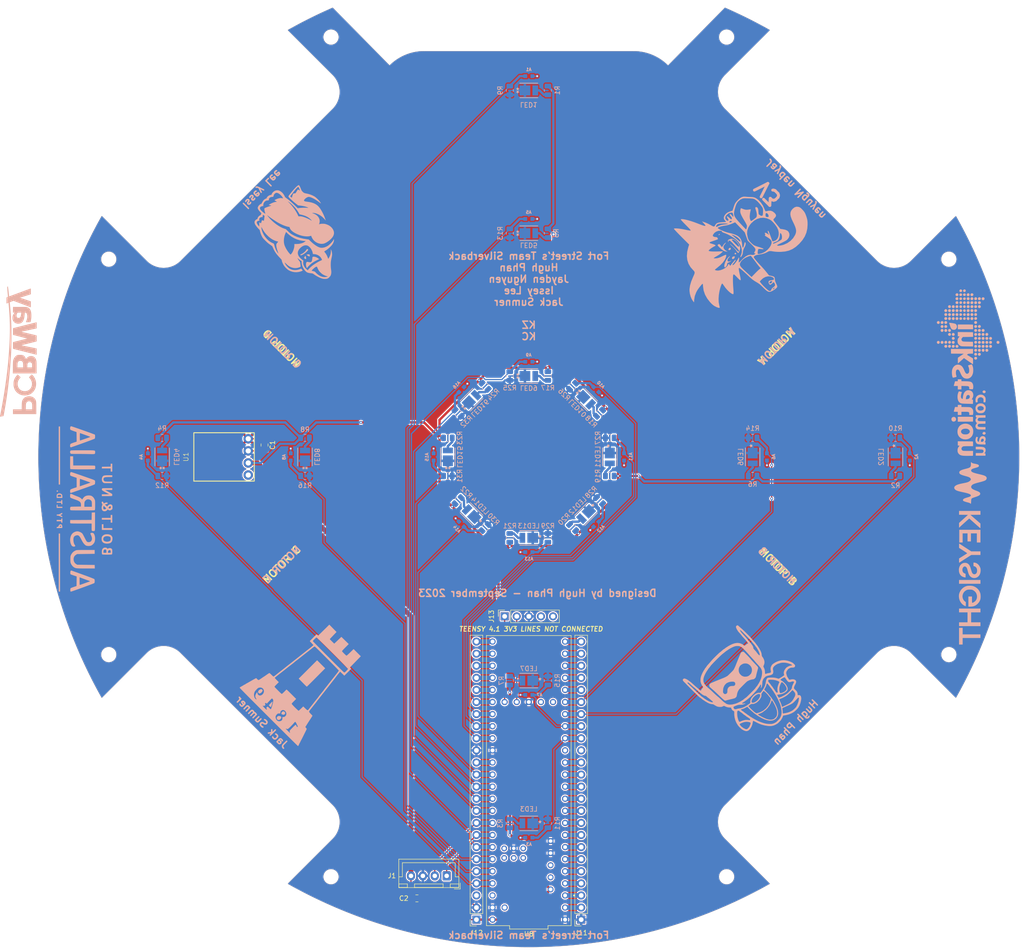
<source format=kicad_pcb>
(kicad_pcb (version 20221018) (generator pcbnew)
  (layers (0 "F.Cu" signal) (31 "B.Cu" signal) (34 "B.Paste" user) (35 "F.Paste" user) (36 "B.SilkS" user "B.Silkscreen") (37 "F.SilkS" user "F.Silkscreen") (38 "B.Mask" user) (39 "F.Mask" user) (44 "Edge.Cuts" user))
  (net 0 "")
  (net 2 "GND")
  (net 3 "/2")
  (net 4 "+5V")
  (net 6 "/30")
  (net 7 "/31")
  (net 8 "/28")
  (net 9 "/29")
  (net 10 "/34")
  (net 11 "/35")
  (net 12 "/7")
  (net 13 "/8")
  (net 14 "/32")
  (net 15 "/18")
  (net 16 "/19")
  (net 17 "/0")
  (net 18 "/1")
  (net 19 "/3")
  (net 20 "/4")
  (net 21 "/5")
  (net 22 "/6")
  (net 23 "/9")
  (net 24 "/10")
  (net 25 "/11")
  (net 26 "/12")
  (net 27 "/24")
  (net 28 "/25")
  (net 29 "/14")
  (net 30 "/15")
  (net 31 "/23")
  (net 32 "/22")
  (net 33 "/21")
  (net 34 "/20")
  (net 35 "/17")
  (net 36 "/16")
  (net 37 "/13")
  (net 38 "/41")
  (net 39 "/40")
  (net 40 "/39")
  (net 41 "/38")
  (net 42 "/37")
  (net 43 "/36")
  (net 44 "/33")
  (net 45 "Net-(LED1-Pad2)")
  (net 46 "Net-(LED2-Pad2)")
  (net 47 "Net-(LED3-Pad2)")
  (net 48 "Net-(LED4-Pad2)")
  (net 49 "Net-(LED5-Pad2)")
  (net 50 "Net-(LED6-Pad2)")
  (net 51 "Net-(LED7-Pad2)")
  (net 52 "Net-(LED8-Pad2)")
  (net 53 "Net-(LED9-Pad2)")
  (net 54 "Net-(LED10-Pad2)")
  (net 55 "Net-(LED11-Pad2)")
  (net 56 "Net-(LED12-Pad2)")
  (net 57 "Net-(LED13-Pad2)")
  (net 58 "Net-(LED14-Pad2)")
  (net 59 "Net-(LED15-Pad2)")
  (net 60 "Net-(LED16-Pad2)")
  (net 61 "/27")
  (net 62 "/26")
  (net 75 "/ON{slash}OFF")
  (net 76 "/PROGRAM")
  (net 79 "+3V3")
  (footprint "Capacitor_SMD:C_0805_2012Metric" (layer "F.Cu") (at 94.5 147.5 -90)
    (fp_text reference "C1")
    (fp_text value "10uF")
  )
  (footprint "Capacitor_SMD:C_0805_2012Metric" (layer "F.Cu") (at 126.5 242.75)
    (fp_text reference "C2")
    (fp_text value "10uF")
  )
  (footprint "Connector_PinSocket_2.54mm:PinSocket_1x24_P2.54mm_Vertical" (layer "F.Cu") (at 161 247.22 180)
    (fp_text reference "J11")
    (fp_text value "LEFT HEADERS")
  )
  (footprint "Connector_PinSocket_2.54mm:PinSocket_1x24_P2.54mm_Vertical" (layer "F.Cu") (at 139 247.22 180)
    (fp_text reference "J12")
    (fp_text value "RIGHT HEADERS")
  )
  (footprint "DEV-16771:MODULE_DEV-16771" (layer "F.Cu") (at 150 218.01 90)
    (fp_text reference "U8")
    (fp_text value "DEV-16771")
  )
  (footprint "Connector_PinSocket_2.54mm:PinSocket_1x05_P2.54mm_Vertical" (layer "F.Cu") (at 144.925 183.5 90)
    (fp_text reference "J13")
    (fp_text value "MID HEADERS")
  )
  (footprint "Converter_DCDC:Pololu 3.3V, 500mA Step-Down Voltage Regulator D24V5F3" (layer "F.Cu") (at 86 150 90)
    (fp_text reference "U1")
    (fp_text value "~")
  )
  (footprint "Connector_JST:JST_XH_B4B-XH-A_1x04_P2.50mm_Vertical" (layer "F.Cu") (at 132.75 238.025 180)
    (fp_text reference "J1")
    (fp_text value "Line")
  )
  (footprint "JB2835AWT-W-U30GA0000-N0000001:LED_J2835_CRW" (layer "B.Cu") (at 150 103)
    (fp_text reference "LED5")
    (fp_text value "JB2835AWT-W-U30GA0000-N0000001")
  )
  (footprint "LOGO" (layer "B.Cu") (at 242.750091 170.25 -90)
    (fp_text reference "G***" hide)
    (fp_text value "LOGO" hide)
  )
  (footprint "ALS-PT19-315C_L177_TR8:XDCR_ALS-PT19-315C_L177_TR8" (layer "B.Cu") (at 164.142136 164.142136 45)
    (fp_text reference "A12")
    (fp_text value "ALS-PT19-315C/L177/TR8")
  )
  (footprint "Resistor_SMD:R_0805_2012Metric" (layer "B.Cu") (at 197 146)
    (fp_text reference "R14")
    (fp_text value "10K")
  )
  (footprint "Resistor_SMD:R_0805_2012Metric" (layer "B.Cu") (at 73 146)
    (fp_text reference "R4")
    (fp_text value "36R")
  )
  (footprint "Resistor_SMD:R_0805_2012Metric" (layer "B.Cu") (at 146 103 90)
    (fp_text reference "R13")
    (fp_text value "10K")
  )
  (footprint "Resistor_SMD:R_0805_2012Metric" (layer "B.Cu") (at 167 154 180)
    (fp_text reference "R19")
    (fp_text value "36R")
  )
  (footprint "JB2835AWT-W-U30GA0000-N0000001:LED_J2835_CRW" (layer "B.Cu") (at 227 150 -90)
    (fp_text reference "LED2")
    (fp_text value "JB2835AWT-W-U30GA0000-N0000001")
  )
  (footprint "JB2835AWT-W-U30GA0000-N0000001:LED_J2835_CRW" (layer "B.Cu") (at 137.979185 137.979185 45)
    (fp_text reference "LED16")
    (fp_text value "JB2835AWT-W-U30GA0000-N0000001")
  )
  (footprint "Resistor_SMD:R_0805_2012Metric" (layer "B.Cu") (at 133 146)
    (fp_text reference "R23")
    (fp_text value "36R")
  )
  (footprint "ALS-PT19-315C_L177_TR8:XDCR_ALS-PT19-315C_L177_TR8" (layer "B.Cu") (at 150 230)
    (fp_text reference "A3")
    (fp_text value "ALS-PT19-315C/L177/TR8")
  )
  (footprint "Resistor_SMD:R_0805_2012Metric" (layer "B.Cu") (at 103 154 180)
    (fp_text reference "R16")
    (fp_text value "10K")
  )
  (footprint "ALS-PT19-315C_L177_TR8:XDCR_ALS-PT19-315C_L177_TR8" (layer "B.Cu") (at 230 150 90)
    (fp_text reference "A2")
    (fp_text value "ALS-PT19-315C/L177/TR8")
  )
  (footprint "JB2835AWT-W-U30GA0000-N0000001:LED_J2835_CRW" (layer "B.Cu") (at 150 227 180)
    (fp_text reference "LED3")
    (fp_text value "JB2835AWT-W-U30GA0000-N0000001")
  )
  (footprint "Resistor_SMD:R_0805_2012Metric" (layer "B.Cu") (at 154 227 -90)
    (fp_text reference "R11")
    (fp_text value "10K")
  )
  (footprint "Resistor_SMD:R_0805_2012Metric" (layer "B.Cu") (at 164.849242 140.807612 -135)
    (fp_text reference "R18")
    (fp_text value "36R")
  )
  (footprint "Resistor_SMD:R_0805_2012Metric" (layer "B.Cu") (at 146 197 90)
    (fp_text reference "R7")
    (fp_text value "36R")
  )
  (footprint "Resistor_SMD:R_0805_2012Metric" (layer "B.Cu") (at 146 227 90)
    (fp_text reference "R3")
    (fp_text value "36R")
  )
  (footprint "Resistor_SMD:R_0805_2012Metric" (layer "B.Cu") (at 159.192388 135.150758 45)
    (fp_text reference "R26")
    (fp_text value "10K")
  )
  (footprint "ALS-PT19-315C_L177_TR8:XDCR_ALS-PT19-315C_L177_TR8" (layer "B.Cu") (at 135.857864 135.857864 -135)
    (fp_text reference "A16")
    (fp_text value "ALS-PT19-315C/L177/TR8")
  )
  (footprint "LOGO" (layer "B.Cu") (at 196.250091 197.75 -135)
    (fp_text reference "G***" hide)
    (fp_text value "LOGO" hide)
  )
  (footprint "JB2835AWT-W-U30GA0000-N0000001:LED_J2835_CRW" (layer "B.Cu") (at 197 150 -90)
    (fp_text reference "LED6")
    (fp_text value "JB2835AWT-W-U30GA0000-N0000001")
  )
  (footprint "LOGO" (layer "B.Cu") (at 242.250091 132.25 -90)
    (fp_text reference "G***" hide)
    (fp_text value "LOGO" hide)
  )
  (footprint "Resistor_SMD:R_0805_2012Metric" (layer "B.Cu") (at 135.150758 140.807612 135)
    (fp_text reference "R32")
    (fp_text value "10K")
  )
  (footprint "ALS-PT19-315C_L177_TR8:XDCR_ALS-PT19-315C_L177_TR8" (layer "B.Cu") (at 135.857864 164.142136 -45)
    (fp_text reference "A14")
    (fp_text value "ALS-PT19-315C/L177/TR8")
  )
  (footprint "Resistor_SMD:R_0805_2012Metric" (layer "B.Cu") (at 197 154 180)
    (fp_text reference "R6")
    (fp_text value "36R")
  )
  (footprint "Resistor_SMD:R_0805_2012Metric" (layer "B.Cu") (at 154 197 -90)
    (fp_text reference "R15")
    (fp_text value "10K")
  )
  (footprint "ALS-PT19-315C_L177_TR8:XDCR_ALS-PT19-315C_L177_TR8" (layer "B.Cu") (at 164.142136 135.857864 135)
    (fp_text reference "A10")
    (fp_text value "ALS-PT19-315C/L177/TR8")
  )
  (footprint "Resistor_SMD:R_0805_2012Metric" (layer "B.Cu") (at 146 133 90)
    (fp_text reference "R25")
    (fp_text value "10K")
  )
  (footprint "ALS-PT19-315C_L177_TR8:XDCR_ALS-PT19-315C_L177_TR8" (layer "B.Cu") (at 150 170)
    (fp_text reference "A13")
    (fp_text value "ALS-PT19-315C/L177/TR8")
  )
  (footprint "Resistor_SMD:R_0805_2012Metric" (layer "B.Cu") (at 164.849242 159.192388 -45)
    (fp_text reference "R28")
    (fp_text value "10K")
  )
  (footprint "Resistor_SMD:R_0805_2012Metric" (layer "B.Cu") (at 227 146)
    (fp_text reference "R10")
    (fp_text value "10K")
  )
  (footprint "JB2835AWT-W-U30GA0000-N0000001:LED_J2835_CRW" (layer "B.Cu") (at 162.020815 162.020815 -135)
    (fp_text reference "LED12")
    (fp_text value "JB2835AWT-W-U30GA0000-N0000001")
  )
  (footprint "JB2835AWT-W-U30GA0000-N0000001:LED_J2835_CRW" (layer "B.Cu") (at 150 197 180)
    (fp_text reference "LED7")
    (fp_text value "JB2835AWT-W-U30GA0000-N0000001")
  )
  (footprint "Resistor_SMD:R_0805_2012Metric" (layer "B.Cu") (at 135.150758 159.192388 45)
    (fp_text reference "R22")
    (fp_text value "36R")
  )
  (footprint "JB2835AWT-W-U30GA0000-N0000001:LED_J2835_CRW" (layer "B.Cu") (at 167 150 -90)
    (fp_text reference "LED11")
    (fp_text value "JB2835AWT-W-U30GA0000-N0000001")
  )
  (footprint "Resistor_SMD:R_0805_2012Metric" (layer "B.Cu") (at 167 146)
    (fp_text reference "R27")
    (fp_text value "10K")
  )
  (footprint "LOGO" (layer "B.Cu") (at 193.545364 105.783852 -45)
    (fp_text reference "G***" hide)
    (fp_text value "LOGO" hide)
  )
  (footprint "ALS-PT19-315C_L177_TR8:XDCR_ALS-PT19-315C_L177_TR8" (layer "B.Cu") (at 130 150 -90)
    (fp_text reference "A15")
    (fp_text value "ALS-PT19-315C/L177/TR8")
  )
  (footprint "LOGO" (layer "B.Cu") (at 103.436567 196.153245 135)
    (fp_text reference "G***" hide)
    (fp_text value "LOGO" hide)
  )
  (footprint "ALS-PT19-315C_L177_TR8:XDCR_ALS-PT19-315C_L177_TR8" (layer "B.Cu") (at 200 150 90)
    (fp_text reference "A6")
    (fp_text value "ALS-PT19-315C/L177/TR8")
  )
  (footprint "JB2835AWT-W-U30GA0000-N0000001:LED_J2835_CRW" (layer "B.Cu") (at 150 73)
    (fp_text reference "LED1")
    (fp_text value "JB2835AWT-W-U30GA0000-N0000001")
  )
  (footprint "ALS-PT19-315C_L177_TR8:XDCR_ALS-PT19-315C_L177_TR8" (layer "B.Cu") (at 150 130 180)
    (fp_text reference "A9")
    (fp_text value "ALS-PT19-315C/L177/TR8")
  )
  (footprint "Resistor_SMD:R_0805_2012Metric" (layer "B.Cu") (at 146 167 90)
    (fp_text reference "R21")
    (fp_text value "36R")
  )
  (footprint "LOGO" (layer "B.Cu") (at 102.325104 103.050201 45)
    (fp_text reference "G***" hide)
    (fp_text value "LOGO" hide)
  )
  (footprint "JB2835AWT-W-U30GA0000-N0000001:LED_J2835_CRW" (layer "B.Cu") (at 150 167 180)
    (fp_text reference "LED13")
    (fp_text value "JB2835AWT-W-U30GA0000-N0000001")
  )
  (footprint "JB2835AWT-W-U30GA0000-N0000001:LED_J2835_CRW" (layer "B.Cu") (at 103 150 90)
    (fp_text reference "LED8")
    (fp_text value "JB2835AWT-W-U30GA0000-N0000001")
  )
  (footprint "ALS-PT19-315C_L177_TR8:XDCR_ALS-PT19-315C_L177_TR8" (layer "B.Cu") (at 150 70 180)
    (fp_text reference "A1")
    (fp_text value "ALS-PT19-315C/L177/TR8")
  )
  (footprint "ALS-PT19-315C_L177_TR8:XDCR_ALS-PT19-315C_L177_TR8" (layer "B.Cu") (at 100 150 -90)
    (fp_text reference "A8")
    (fp_text value "ALS-PT19-315C/L177/TR8")
  )
  (footprint "Resistor_SMD:R_0805_2012Metric" (layer "B.Cu") (at 227 154 180)
    (fp_text reference "R2")
    (fp_text value "36R")
  )
  (footprint "JB2835AWT-W-U30GA0000-N0000001:LED_J2835_CRW" (layer "B.Cu") (at 162.020815 137.979185 -45)
    (fp_text reference "LED10")
    (fp_text value "JB2835AWT-W-U30GA0000-N0000001")
  )
  (footprint "Resistor_SMD:R_0805_2012Metric" (layer "B.Cu") (at 154 73 -90)
    (fp_text reference "R1")
    (fp_text value "36R")
  )
  (footprint "Resistor_SMD:R_0805_2012Metric" (layer "B.Cu") (at 159.192388 164.849242 135)
    (fp_text reference "R20")
    (fp_text value "36R")
  )
  (footprint "LOGO" (layer "B.Cu") (at 57 161 90)
    (fp_text reference "G***" hide)
    (fp_text value "LOGO" hide)
  )
  (footprint "Resistor_SMD:R_0805_2012Metric" (layer "B.Cu") (at 146 73 90)
    (fp_text reference "R9")
    (fp_text value "10K")
  )
  (footprint "LOGO" (layer "B.Cu") (at 42.75 128 90)
    (fp_text reference "G***" hide)
    (fp_text value "LOGO" hide)
  )
  (footprint "Resistor_SMD:R_0805_2012Metric" (layer "B.Cu") (at 103 146)
    (fp_text reference "R8")
    (fp_text value "36R")
  )
  (footprint "Resistor_SMD:R_0805_2012Metric" (layer "B.Cu") (at 154 167 -90)
    (fp_text reference "R29")
    (fp_text value "10K")
  )
  (footprint "Resistor_SMD:R_0805_2012Metric" (layer "B.Cu") (at 133 154 180)
    (fp_text reference "R31")
    (fp_text value "10K")
  )
  (footprint "Resistor_SMD:R_0805_2012Metric" (layer "B.Cu") (at 154 103 -90)
    (fp_text reference "R5")
    (fp_text value "36R")
  )
  (footprint "ALS-PT19-315C_L177_TR8:XDCR_ALS-PT19-315C_L177_TR8" (layer "B.Cu") (at 150 100 180)
    (fp_text reference "A5")
    (fp_text value "ALS-PT19-315C/L177/TR8")
  )
  (footprint "Resistor_SMD:R_0805_2012Metric" (layer "B.Cu") (at 140.807612 135.150758 -45)
    (fp_text reference "R24")
    (fp_text value "36R")
  )
  (footprint "ALS-PT19-315C_L177_TR8:XDCR_ALS-PT19-315C_L177_TR8" (layer "B.Cu") (at 70 150 -90)
    (fp_text reference "A4")
    (fp_text value "ALS-PT19-315C/L177/TR8")
  )
  (footprint "JB2835AWT-W-U30GA0000-N0000001:LED_J2835_CRW" (layer "B.Cu") (at 150 133)
    (fp_text reference "LED9")
    (fp_text value "JB2835AWT-W-U30GA0000-N0000001")
  )
  (footprint "Resistor_SMD:R_0805_2012Metric" (layer "B.Cu") (at 140.807612 164.849242 -135)
    (fp_text reference "R30")
    (fp_text value "10K")
  )
  (footprint "ALS-PT19-315C_L177_TR8:XDCR_ALS-PT19-315C_L177_TR8" (layer "B.Cu") (at 170 150 90)
    (fp_text reference "A11")
    (fp_text value "ALS-PT19-315C/L177/TR8")
  )
  (footprint "JB2835AWT-W-U30GA0000-N0000001:LED_J2835_CRW" (layer "B.Cu") (at 137.979185 162.020815 135)
    (fp_text reference "LED14")
    (fp_text value "JB2835AWT-W-U30GA0000-N0000001")
  )
  (footprint "ALS-PT19-315C_L177_TR8:XDCR_ALS-PT19-315C_L177_TR8" (layer "B.Cu") (at 150 200)
    (fp_text reference "A7")
    (fp_text value "ALS-PT19-315C/L177/TR8")
  )
  (footprint "JB2835AWT-W-U30GA0000-N0000001:LED_J2835_CRW" (layer "B.Cu") (at 73 150 90)
    (fp_text reference "LED4")
    (fp_text value "JB2835AWT-W-U30GA0000-N0000001")
  )
  (footprint "Resistor_SMD:R_0805_2012Metric" (layer "B.Cu") (at 73 154 180)
    (fp_text reference "R12")
    (fp_text value "10K")
  )
  (footprint "JB2835AWT-W-U30GA0000-N0000001:LED_J2835_CRW" (layer "B.Cu") (at 133 150 90)
    (fp_text reference "LED15")
    (fp_text value "JB2835AWT-W-U30GA0000-N0000001")
  )
  (footprint "Resistor_SMD:R_0805_2012Metric" (layer "B.Cu") (at 154 133 -90)
    (fp_text reference "R17")
    (fp_text value "36R")
  )
  (gr_line (start 182.712672 64.193532) (end 181.919048 65.0002) (stroke (width 0.05)) (layer "Edge.Cuts"))
  (gr_arc (start 108.81093 223.150396) (mid 110.275396 226.68593) (end 108.81093 230.221464) (stroke (width 0.05)) (layer "Edge.Cuts"))
  (gr_line (start 108.81093 76.850004) (end 76.849704 108.81123) (stroke (width 0.05)) (layer "Edge.Cuts"))
  (gr_line (start 171.9999 64.733513) (end 127.9999 64.733513) (stroke (width 0.05)) (layer "Edge.Cuts"))
  (gr_circle (center 61.79146 108.460808) (end 63.39146 108.460808) (stroke (width 0.05)) (fill none) (layer "Edge.Cuts"))
  (gr_circle (center 108.460508 238.20864) (end 110.060508 238.20864) (stroke (width 0.05)) (fill none) (layer "Edge.Cuts"))
  (gr_line (start 191.18887 69.778936) (end 200.652264 60.315541) (stroke (width 0.05)) (layer "Edge.Cuts"))
  (gr_arc (start 171.9999 64.733513) (mid 175.916756 65.510042) (end 179.241103 67.722161) (stroke (width 0.05)) (layer "Edge.Cuts"))
  (gr_circle (center 61.79146 191.539592) (end 63.39146 191.539592) (stroke (width 0.05)) (fill none) (layer "Edge.Cuts"))
  (gr_arc (start 69.778636 191.18917) (mid 73.31417 189.724704) (end 76.849704 191.18917) (stroke (width 0.05)) (layer "Edge.Cuts"))
  (gr_line (start 223.150096 108.81123) (end 191.18887 76.850004) (stroke (width 0.05)) (layer "Edge.Cuts"))
  (gr_line (start 239.684559 99.347836) (end 230.221164 108.81123) (stroke (width 0.05)) (layer "Edge.Cuts"))
  (gr_arc (start 99.347536 60.315542) (mid 104.024078 57.83066) (end 108.822158 55.58943) (stroke (width 0.05)) (layer "Edge.Cuts"))
  (gr_line (start 191.177642 55.58943) (end 182.712672 64.193532) (stroke (width 0.05)) (layer "Edge.Cuts"))
  (gr_line (start 76.849704 191.18917) (end 108.81093 223.150396) (stroke (width 0.05)) (layer "Edge.Cuts"))
  (gr_arc (start 191.18887 76.850004) (mid 189.724403 73.31447) (end 191.18887 69.778936) (stroke (width 0.05)) (layer "Edge.Cuts"))
  (gr_line (start 118.080752 65.0002) (end 117.287128 64.193532) (stroke (width 0.05)) (layer "Edge.Cuts"))
  (gr_circle (center 108.460508 61.79176) (end 110.060508 61.79176) (stroke (width 0.05)) (fill none) (layer "Edge.Cuts"))
  (gr_arc (start 239.684559 99.347836) (mid 252.9999 150.0002) (end 239.684559 200.652564) (stroke (width 0.05)) (layer "Edge.Cuts"))
  (gr_arc (start 191.18887 230.221464) (mid 189.724403 226.68593) (end 191.18887 223.150396) (stroke (width 0.05)) (layer "Edge.Cuts"))
  (gr_arc (start 60.315241 200.652564) (mid 46.9999 150.0002) (end 60.315241 99.347836) (stroke (width 0.05)) (layer "Edge.Cuts"))
  (gr_line (start 99.347536 60.315542) (end 108.81093 69.778936) (stroke (width 0.05)) (layer "Edge.Cuts"))
  (gr_arc (start 230.221164 108.81123) (mid 226.68563 110.275696) (end 223.150096 108.81123) (stroke (width 0.05)) (layer "Edge.Cuts"))
  (gr_line (start 108.81093 230.221464) (end 99.347536 239.684859) (stroke (width 0.05)) (layer "Edge.Cuts"))
  (gr_line (start 191.18887 223.150396) (end 223.150096 191.18917) (stroke (width 0.05)) (layer "Edge.Cuts"))
  (gr_line (start 200.652264 239.684859) (end 191.18887 230.221464) (stroke (width 0.05)) (layer "Edge.Cuts"))
  (gr_arc (start 223.150096 191.18917) (mid 226.68563 189.724704) (end 230.221164 191.18917) (stroke (width 0.05)) (layer "Edge.Cuts"))
  (gr_circle (center 238.20834 191.539592) (end 239.80834 191.539592) (stroke (width 0.05)) (fill none) (layer "Edge.Cuts"))
  (gr_arc (start 120.758697 67.722161) (mid 124.083044 65.510041) (end 127.9999 64.733513) (stroke (width 0.05)) (layer "Edge.Cuts"))
  (gr_arc (start 76.849704 108.81123) (mid 73.31417 110.275696) (end 69.778636 108.81123) (stroke (width 0.05)) (layer "Edge.Cuts"))
  (gr_line (start 117.287128 64.193532) (end 108.822158 55.58943) (stroke (width 0.05)) (layer "Edge.Cuts"))
  (gr_line (start 120.758697 67.722161) (end 118.080752 65.0002) (stroke (width 0.05)) (layer "Edge.Cuts"))
  (gr_line (start 230.221164 191.18917) (end 239.684559 200.652564) (stroke (width 0.05)) (layer "Edge.Cuts"))
  (gr_circle (center 238.20834 108.460808) (end 239.80834 108.460808) (stroke (width 0.05)) (fill none) (layer "Edge.Cuts"))
  (gr_line (start 60.315241 200.652564) (end 69.778636 191.18917) (stroke (width 0.05)) (layer "Edge.Cuts"))
  (gr_arc (start 200.652264 239.684859) (mid 149.9999 253.0002) (end 99.347536 239.684859) (stroke (width 0.05)) (layer "Edge.Cuts"))
  (gr_circle (center 191.539292 61.79176) (end 193.139292 61.79176) (stroke (width 0.05)) (fill none) (layer "Edge.Cuts"))
  (gr_line (start 69.778636 108.81123) (end 60.315241 99.347836) (stroke (width 0.05)) (layer "Edge.Cuts"))
  (gr_circle (center 191.539292 238.20864) (end 193.139292 238.20864) (stroke (width 0.05)) (fill none) (layer "Edge.Cuts"))
  (gr_arc (start 108.81093 69.778936) (mid 110.275396 73.31447) (end 108.81093 76.850004) (stroke (width 0.05)) (layer "Edge.Cuts"))
  (gr_arc (start 191.177642 55.58943) (mid 195.975721 57.830661) (end 200.652264 60.315541) (stroke (width 0.05)) (layer "Edge.Cuts"))
  (gr_line (start 181.919048 65.0002) (end 179.241103 67.722161) (stroke (width 0.05)) (layer "Edge.Cuts"))
  (gr_text "Fort Street's Team Silverback" (at 150 250.5) (layer "B.SilkS") (effects (font (size 1.5 1.5) (thickness 0.3) bold) (justify mirror)))
  (gr_text "V3" (at 200.250091 94.5 -225) (layer "B.SilkS") (effects (font (size 3 3) (thickness 0.6) bold) (justify mirror)))
  (gr_text "Fort Street's Team Silverback\nHugh Phan\nJayden Nguyen\nIssey Lee\nJack Sumner\n\nKZ\nKC" (at 150 116.25) (layer "B.SilkS") (effects (font (size 1.5 1.5) (thickness 0.3) bold) (justify mirror)))
  (gr_text "Designed by Hugh Phan - September 2023" (at 177 179.5) (layer "B.SilkS") (effects (font (size 1.5 1.5) (thickness 0.3) bold) (justify left bottom mirror)))
  (gr_text "MOTOR B" (at 205.25 177.25 315) (layer "B.SilkS") (effects (font (size 1.5 1.5) (thickness 0.3) bold) (justify left bottom mirror)))
  (gr_text "Jack Sumner" (at 94.000091 205.75 -45) (layer "B.SilkS") (effects (font (size 1.5 1.5) (thickness 0.3) bold) (justify mirror)))
  (gr_text "Hugh Phan" (at 206.000091 205.75 45) (layer "B.SilkS") (effects (font (size 1.5 1.5) (thickness 0.3) bold) (justify mirror)))
  (gr_text "MOTOR C" (at 102.5 169.5 45) (layer "B.SilkS") (effects (font (size 1.5 1.5) (thickness 0.3) bold) (justify left bottom mirror)))
  (gr_text "MOTOR D" (at 95.25 123 135) (layer "B.SilkS") (effects (font (size 1.5 1.5) (thickness 0.3) bold) (justify left bottom mirror)))
  (gr_text "MOTOR A" (at 197.75 129.75 -135) (layer "B.SilkS") (effects (font (size 1.5 1.5) (thickness 0.3) bold) (justify left bottom mirror)))
  (gr_text "Issey Lee" (at 94.000091 93.75 -135) (layer "B.SilkS") (effects (font (size 1.5 1.5) (thickness 0.3) bold) (justify mirror)))
  (gr_text "Jayden Nguyen" (at 206.000091 93.75 -225) (layer "B.SilkS") (effects (font (size 1.5 1.5) (thickness 0.3) bold) (justify mirror)))
  (gr_text "MOTOR C" (at 95 177 45) (layer "F.SilkS") (effects (font (size 1.5 1.5) (thickness 0.3) bold) (justify left bottom)))
  (gr_text "MOTOR D" (at 102.5 130.25 135) (layer "F.SilkS") (effects (font (size 1.5 1.5) (thickness 0.3) bold) (justify left bottom)))
  (gr_text "TEENSY 4.1 3V3 LINES NOT CONNECTED " (at 135.25 186.75) (layer "F.SilkS") (effects (font (size 1 1) (thickness 0.2) bold italic) (justify left bottom)))
  (gr_text "MOTOR A" (at 205 122.5 -135) (layer "F.SilkS") (effects (font (size 1.5 1.5) (thickness 0.3) bold) (justify left bottom)))
  (gr_text "MOTOR B" (at 198 170 315) (layer "F.SilkS") (effects (font (size 1.5 1.5) (thickness 0.3) bold) (justify left bottom)))
  (segment (start 137.07 242.75) (end 139 244.68) (width 0.25) (layer "F.Cu") (net 2))
  (segment (start 127.45 242.75) (end 137.07 242.75) (width 0.25) (layer "F.Cu") (net 2))
  (segment (start 94.22 148.73) (end 91.08 148.73) (width 0.25) (layer "F.Cu") (net 2))
  (segment (start 94.5 148.45) (end 94.22 148.73) (width 0.25) (layer "F.Cu") (net 2))
  (segment (start 127.75 242.45) (end 127.75 238.025) (width 0.25) (layer "F.Cu") (net 2))
  (segment (start 127.45 242.75) (end 127.75 242.45) (width 0.25) (layer "F.Cu") (net 2))
  (segment (start 146 103.9125) (end 145.8375 103.9125) (width 0.5) (layer "B.Cu") (net 2))
  (segment (start 150.8239 167) (end 151.75 167) (width 0.25) (layer "B.Cu") (net 2))
  (segment locked (start 157.62 239.6) (end 161 239.6) (width 1) (layer "B.Cu") (net 3))
  (segment (start 146 229.25) (end 147.75 231) (width 0.5) (layer "F.Cu") (net 4))
  (segment (start 139.570175 133.913321) (end 142.233496 131.25) (width 0.5) (layer "F.Cu") (net 4))
  (segment (start 147.75 231) (end 149.070582 231) (width 0.5) (layer "F.Cu") (net 4))
  (segment (start 139 247.22) (end 148.22 247.22) (width 0.5) (layer "F.Cu") (net 4))
  (segment (start 125.25 242.45) (end 125.55 242.75) (width 0.25) (layer "F.Cu") (net 4))
  (segment (start 149.959418 231.888836) (end 149.959418 236.259418) (width 0.5) (layer "F.Cu") (net 4))
  (segment (start 130.02 247.22) (end 139 247.22) (width 0.25) (layer "F.Cu") (net 4))
  (segment (start 146.024 199.534) (end 146.024 206.25) (width 0.5) (layer "F.Cu") (net 4))
  (segment (start 149.959418 236.259418) (end 154.57 240.87) (width 0.5) (layer "F.Cu") (net 4))
  (segment (start 146 168.75) (end 142.233496 168.75) (width 0.5) (layer "F.Cu") (net 4))
  (segment (start 131.25 146) (end 131.25 142.233496) (width 0.5) (layer "F.Cu") (net 4))
  (segment (start 125.25 183.5) (end 93.02 151.27) (width 1) (layer "F.Cu") (net 4))
  (segment (start 143.625 203.851) (end 143.625 171.125) (width 0.5) (layer "F.Cu") (net 4))
  (segment (start 166.086679 139.570175) (end 168.75 142.233496) (width 0.5) (layer "F.Cu") (net 4))
  (segment (start 142.233495 131.25) (end 153.999999 131.25) (width 0.5) (layer "F.Cu") (net 4))
  (segment (start 142.233496 168.75) (end 133.913321 160.429825) (width 0.5) (layer "F.Cu") (net 4))
  (segment (start 149.070582 231) (end 149.959418 231.888836) (width 0.5) (layer "F.Cu") (net 4))
  (segment (start 168.75 157.766504) (end 160.429825 166.086679) (width 0.5) (layer "F.Cu") (net 4))
  (segment (start 173.0745 154) (end 168.75 154) (width 0.5) (layer "F.Cu") (net 4))
  (segment (start 157.766505 168.75) (end 146.000001 168.75) (width 0.5) (layer "F.Cu") (net 4))
  (segment (start 155.181877 130.068123) (end 155.181877 103.218715) (width 0.5) (layer "F.Cu") (net 4))
  (segment (start 148.22 247.22) (end 154.57 240.87) (width 0.5) (layer "F.Cu") (net 4))
  (segment (start 143.625 171.125) (end 146 168.75) (width 0.5) (layer "F.Cu") (net 4))
  (segment (start 125.25 238.025) (end 125.25 242.45) (width 0.25) (layer "F.Cu") (net 4))
  (segment (start 93.02 151.27) (end 91.08 151.27) (width 1) (layer "F.Cu") (net 4))
  (segment (start 154 131.25) (end 157.766504 131.25) (width 0.5) (layer "F.Cu") (net 4))
  (segment (start 125.25 238.025) (end 125.25 183.5) (width 1) (layer "F.Cu") (net 4))
  (segment (start 128 142.75) (end 131.25 146) (width 0.5) (layer "F.Cu") (net 4))
  (segment (start 146.024 229.226) (end 146.024 206.25) (width 0.5) (layer "F.Cu") (net 4))
  (segment (start 131.25 157.766505) (end 131.25 146.000001) (width 0.5) (layer "F.Cu") (net 4))
  (segment (start 131.25 142.233496) (end 139.570175 133.913321) (width 0.5) (layer "F.Cu") (net 4))
  (segment (start 157.766504 131.25) (end 166.086679 139.570175) (width 0.5) (layer "F.Cu") (net 4))
  (segment (start 133.913321 160.429825) (end 131.25 157.766504) (width 0.5) (layer "F.Cu") (net 4))
  (segment (start 160.429825 166.086679) (end 157.766504 168.75) (width 0.5) (layer "F.Cu") (net 4))
  (segment (start 146 229.25) (end 146.024 229.226) (width 0.5) (layer "F.Cu") (net 4))
  (segment (start 146 199.51) (end 146.024 199.534) (width 0.5) (layer "F.Cu") (net 4))
  (segment (start 114.75 142.75) (end 128 142.75) (width 0.5) (layer "F.Cu") (net 4))
  (segment (start 154 131.25) (end 155.181877 130.068123) (width 0.5) (layer "F.Cu") (net 4))
  (segment (start 168.75 142.233495) (end 168.75 153.999999) (width 0.5) (layer "F.Cu") (net 4))
  (segment (start 146.024 206.25) (end 143.625 203.851) (width 0.5) (layer "F.Cu") (net 4))
  (segment (start 168.75 154) (end 168.75 157.766504) (width 0.5) (layer "F.Cu") (net 4))
  (segment (start 125.55 242.75) (end 130.02 247.22) (width 0.25) (layer "F.Cu") (net 4))
  (via locked (at 146 229.424508) (size 0.6) (drill 0.3) (layers "F.Cu" "B.Cu") (net 4))
  (via (at 154 131.25) (size 0.6) (drill 0.3) (layers "F.Cu" "B.Cu") (net 4))
  (via (at 168.75 154) (size 0.6) (drill 0.3) (layers "F.Cu" "B.Cu") (net 4))
  (via (at 146 168.75) (size 0.6) (drill 0.3) (layers "F.Cu" "B.Cu") (net 4))
  (via (at 131.25 146) (size 0.6) (drill 0.3) (layers "F.Cu" "B.Cu") (net 4))
  (via (at 160.429825 166.086679) (size 0.6) (drill 0.3) (layers "F.Cu" "B.Cu") (net 4))
  (via (at 133.913321 160.429825) (size 0.6) (drill 0.3) (layers "F.Cu" "B.Cu") (net 4))
  (via (at 114.75 142.75) (size 0.6) (drill 0.3) (layers "F.Cu" "B.Cu") (net 4))
  (via (at 155.181877 103.218715) (size 0.8) (drill 0.4) (layers "F.Cu" "B.Cu") (net 4))
  (via (at 139.570175 133.913321) (size 0.6) (drill 0.3) (layers "F.Cu" "B.Cu") (net 4))
  (via (at 146 199.51) (size 0.6) (drill 0.3) (layers "F.Cu" "B.Cu") (net 4))
  (via (at 173.0745 154) (size 0.6) (drill 0.3) (layers "F.Cu" "B.Cu") (net 4))
  (via (at 166.086679 139.570175) (size 0.6) (drill 0.3) (layers "F.Cu" "B.Cu") (net 4))
  (segment (start 167.9125 154) (end 168.75 154) (width 0.5) (layer "B.Cu") (net 4))
  (segment (start 196.7625 155.15) (end 174.2245 155.15) (width 0.5) (layer "B.Cu") (net 4))
  (segment (start 102.0875 146) (end 100.8375 147.25) (width 0.5) (layer "B.Cu") (net 4))
  (segment (start 226.7625 155.15) (end 199.0625 155.15) (width 0.5) (layer "B.Cu") (net 4))
  (segment (start 154 132.0875) (end 154 131.25) (width 0.5) (layer "B.Cu") (net 4))
  (segment (start 159.837623 165.494477) (end 160.429825 166.086679) (width 0.5) (layer "B.Cu") (net 4))
  (segment (start 155.15 73.2375) (end 155.15 100.9375) (width 0.5) (layer "B.Cu") (net 4))
  (segment (start 199.0625 155.15) (end 197.9125 154) (width 0.5) (layer "B.Cu") (net 4))
  (segment (start 98.8375 142.75) (end 102.0875 146) (width 0.5) (layer "B.Cu") (net 4))
  (segment (start 114.75 142.75) (end 105.3375 142.75) (width 0.5) (layer "B.Cu") (net 4))
  (segment (start 155.15 100.9375) (end 154 102.0875) (width 0.5) (layer "B.Cu") (net 4))
  (segment (start 146 199.51) (end 146 197.9125) (width 0.5) (layer "B.Cu") (net 4))
  (segment (start 154 72.0875) (end 155.15 73.2375) (width 0.5) (layer "B.Cu") (net 4))
  (segment (start 174.2245 155.15) (end 173.0745 154) (width 0.5) (layer "B.Cu") (net 4))
  (segment (start 140.162377 134.505523) (end 139.570175 133.913321) (width 0.5) (layer "B.Cu") (net 4))
  (segment (start 75.3375 142.75) (end 98.8375 142.75) (width 0.5) (layer "B.Cu") (net 4))
  (segment (start 97.75 147.25) (end 93.73 151.27) (width 0.5) (layer "B.Cu") (net 4))
  (segment (start 227.9125 154) (end 226.7625 155.15) (width 0.5) (layer "B.Cu") (net 4))
  (segment (start 105.3375 142.75) (end 102.0875 146) (width 0.5) (layer "B.Cu") (net 4))
  (segment (start 132.0875 146) (end 131.25 146) (width 0.5) (layer "B.Cu") (net 4))
  (segment (start 146 168.75) (end 146 167.9125) (width 0.5) (layer "B.Cu") (net 4))
  (segment (start 165.494477 140.162377) (end 166.086679 139.570175) (width 0.5) (layer "B.Cu") (net 4))
  (segment (start 72.0875 146) (end 75.3375 142.75) (width 0.5) (layer "B.Cu") (net 4))
  (segment (start 197.9125 154) (end 196.7625 155.15) (width 0.5) (layer "B.Cu") (net 4))
  (segment (start 134.505523 159.837623) (end 133.913321 160.429825) (width 0.5) (layer "B.Cu") (net 4))
  (segment (start 146 227.9125) (end 146 229.25) (width 0.5) (layer "B.Cu") (net 4))
  (segment (start 100.8375 147.25) (end 97.75 147.25) (width 0.5) (layer "B.Cu") (net 4))
  (segment (start 93.73 151.27) (end 91.08 151.27) (width 0.5) (layer "B.Cu") (net 4))
  (segment (start 154 102.0875) (end 155.15 103.2375) (width 0.5) (layer "B.Cu") (net 4))
  (segment locked (start 157.62 193.88) (end 161 193.88) (width 1) (layer "B.Cu") (net 6))
  (segment locked (start 157.62 191.34) (end 161 191.34) (width 1) (layer "B.Cu") (net 7))
  (segment locked (start 157.62 198.96) (end 161 198.96) (width 1) (layer "B.Cu") (net 8))
  (segment locked (start 157.62 196.42) (end 161 196.42) (width 1) (layer "B.Cu") (net 9))
  (segment locked (start 139 191.34) (end 142.38 191.34) (width 1) (layer "B.Cu") (net 10))
  (segment locked (start 139 193.88) (end 142.38 193.88) (width 1) (layer "B.Cu") (net 11))
  (segment locked (start 157.62 226.9) (end 161 226.9) (width 1) (layer "B.Cu") (net 12))
  (segment locked (start 157.62 224.36) (end 161 224.36) (width 1) (layer "B.Cu") (net 13))
  (segment locked (start 157.62 188.8) (end 161 188.8) (width 1) (layer "B.Cu") (net 14))
  (segment (start 130.25 238.025) (end 130.25 235.5) (width 0.25) (layer "F.Cu") (net 15))
  (segment (start 130.25 235.5) (end 138.85 226.9) (width 0.25) (layer "F.Cu") (net 15))
  (segment (start 138.89 227.01) (end 139 226.9) (width 0.25) (layer "F.Cu") (net 15))
  (segment (start 138.85 226.9) (end 139 226.9) (width 0.25) (layer "F.Cu") (net 15))
  (segment locked (start 139 226.9) (end 142.38 226.9) (width 1) (layer "B.Cu") (net 15))
  (segment (start 132.75 238.025) (end 132.75 235.69) (width 0.25) (layer "F.Cu") (net 16))
  (segment (start 132.75 235.69) (end 139 229.44) (width 0.25) (layer "F.Cu") (net 16))
  (segment locked (start 139 229.44) (end 142.38 229.44) (width 1) (layer "B.Cu") (net 16))
  (segment locked (start 157.62 244.68) (end 161 244.68) (width 1) (layer "B.Cu") (net 17))
  (segment locked (start 157.62 242.14) (end 161 242.14) (width 1) (layer "B.Cu") (net 18))
  (segment locked (start 157.62 237.06) (end 161 237.06) (width 1) (layer "B.Cu") (net 19))
  (segment locked (start 161 234.52) (end 157.62 234.52) (width 1) (layer "B.Cu") (net 20))
  (segment locked (start 157.62 231.98) (end 161 231.98) (width 1) (layer "B.Cu") (net 21))
  (segment locked (start 161 229.44) (end 157.62 229.44) (width 1) (layer "B.Cu") (net 22))
  (segment locked (start 157.62 221.82) (end 161 221.82) (width 1) (layer "B.Cu") (net 23))
  (segment locked (start 157.62 219.28) (end 161 219.28) (width 1) (layer "B.Cu") (net 24))
  (segment locked (start 157.62 216.74) (end 161 216.74) (width 1) (layer "B.Cu") (net 25))
  (segment locked (start 157.62 214.2) (end 161 214.2) (width 1) (layer "B.Cu") (net 26))
  (segment locked (start 157.62 209.12) (end 161 209.12) (width 1) (layer "B.Cu") (net 27))
  (segment locked (start 151.9125 230) (end 154 227.9125) (width 0.5) (layer "B.Cu") (net 27))
  (segment (start 155.25 211.49) (end 157.62 209.12) (width 0.25) (layer "B.Cu") (net 27))
  (segment (start 154 227.9125) (end 155.25 226.6625) (width 0.25) (layer "B.Cu") (net 27))
  (segment (start 155.25 226.6625) (end 155.25 211.49) (width 0.25) (layer "B.Cu") (net 27))
  (segment locked (start 150.75 230) (end 151.9125 230) (width 0.5) (layer "B.Cu") (net 27))
  (segment (start 151.5 200.75) (end 151.5 202.25) (width 0.25) (layer "B.Cu") (net 28))
  (segment (start 155.83 206.58) (end 157.62 206.58) (width 0.25) (layer "B.Cu") (net 28))
  (segment (start 151.5 202.25) (end 155.83 206.58) (width 0.25) (layer "B.Cu") (net 28))
  (segment locked (start 151.9125 200) (end 154 197.9125) (width 0.5) (layer "B.Cu") (net 28))
  (segment locked (start 150.75 200) (end 151.9125 200) (width 0.5) (layer "B.Cu") (net 28))
  (segment (start 150.75 200) (end 151.5 200.75) (width 0.25) (layer "B.Cu") (net 28))
  (segment locked (start 157.62 206.58) (end 161 206.58) (width 1) (layer "B.Cu") (net 28))
  (segment (start 126.7 174.3) (end 126.7 204.44) (width 0.25) (layer "B.Cu") (net 29))
  (segment (start 136.327534 164.672466) (end 126.7 174.3) (width 0.25) (layer "B.Cu") (net 29))
  (segment locked (start 139 216.74) (end 142.38 216.74) (width 1) (layer "B.Cu") (net 29))
  (segment locked (start 136.388194 164.672466) (end 137.210206 165.494478) (width 0.5) (layer "B.Cu") (net 29))
  (segment locked (start 137.210206 165.494477) (end 140.162377 165.494477) (width 0.5) (layer "B.Cu") (net 29))
  (segment (start 126.7 204.44) (end 139 216.74) (width 0.25) (layer "B.Cu") (net 29))
  (segment (start 136.388194 164.672466) (end 136.327534 164.672466) (width 0.25) (layer "B.Cu") (net 29))
  (segment (start 126.25 159.8375) (end 126.25 206.53) (width 0.25) (layer "B.Cu") (net 30))
  (segment locked (start 139 219.28) (end 142.38 219.28) (width 1) (layer "B.Cu") (net 30))
  (segment locked (start 130 151.9125) (end 132.0875 154) (width 0.5) (layer "B.Cu") (net 30))
  (segment locked (start 130 150.75) (end 130 151.9125) (width 0.5) (layer "B.Cu") (net 30))
  (segment (start 132.0875 154) (end 126.25 159.8375) (width 0.25) (layer "B.Cu") (net 30))
  (segment (start 126.25 206.53) (end 139 219.28) (width 0.25) (layer "B.Cu") (net 30))
  (segment locked (start 70 151.9125) (end 72.0875 154) (width 0.5) (layer "B.Cu") (net 31))
  (segment (start 96.130923 178.145423) (end 115 197.0145) (width 0.25) (layer "B.Cu") (net 31))
  (segment (start 115 197.0145) (end 115 217.25) (width 0.25) (layer "B.Cu") (net 31))
  (segment locked (start 70 150.75) (end 70 151.9125) (width 0.5) (layer "B.Cu") (net 31))
  (segment (start 96.130923 178.043423) (end 96.130923 178.145423) (width 0.25) (layer "B.Cu") (net 31))
  (segment (start 137.35 239.6) (end 139 239.6) (width 0.25) (layer "B.Cu") (net 31))
  (segment (start 115 217.25) (end 137.35 239.6) (width 0.25) (layer "B.Cu") (net 31))
  (segment locked (start 139 239.6) (end 142.38 239.6) (width 1) (layer "B.Cu") (net 31))
  (segment (start 72.0875 154) (end 96.130923 178.043423) (width 0.25) (layer "B.Cu") (net 31))
  (segment (start 124 185) (end 124 224.25) (width 0.25) (layer "B.Cu") (net 32))
  (segment (start 102.0875 154) (end 107 158.9125) (width 0.25) (layer "B.Cu") (net 32))
  (segment locked (start 139 237.06) (end 142.38 237.06) (width 1) (layer "B.Cu") (net 32))
  (segment locked (start 100 150.75) (end 100 151.9125) (width 0.5) (layer "B.Cu") (net 32))
  (segment (start 124 224.25) (end 136.81 237.06) (width 0.25) (layer "B.Cu") (net 32))
  (segment (start 107 158.9125) (end 107 168) (width 0.25) (layer "B.Cu") (net 32))
  (segment (start 107 168) (end 124 185) (width 0.25) (layer "B.Cu") (net 32))
  (segment (start 136.81 237.06) (end 139 237.06) (width 0.25) (layer "B.Cu") (net 32))
  (segment locked (start 100 151.9125) (end 102.0875 154) (width 0.5) (layer "B.Cu") (net 32))
  (segment locked (start 149.25 70) (end 148.0875 70) (width 0.5) (layer "B.Cu") (net 33))
  (segment (start 125.5 92.5875) (end 146 72.0875) (width 0.25) (layer "B.Cu") (net 33))
  (segment (start 135.77 234.52) (end 124.45 223.2) (width 0.25) (layer "B.Cu") (net 33))
  (segment locked (start 139 234.52) (end 142.38 234.52) (width 1) (layer "B.Cu") (net 33))
  (segment locked (start 148.0875 70) (end 146 72.0875) (width 0.5) (layer "B.Cu") (net 33))
  (segment (start 124.45 223.2) (end 124.45 143.988172) (width 0.25) (layer "B.Cu") (net 33))
  (segment (start 125.133884 143.375) (end 125.5 143.008884) (width 0.25) (layer "B.Cu") (net 33))
  (segment (start 125.5 143.008884) (end 125.5 92.5875) (width 0.25) (layer "B.Cu") (net 33))
  (segment (start 139 234.52) (end 135.77 234.52) (width 0.25) (layer "B.Cu") (net 33))
  (segment (start 125.063172 143.375) (end 125.133884 143.375) (width 0.25) (layer "B.Cu") (net 33))
  (segment (start 124.45 143.988172) (end 125.063172 143.375) (width 0.25) (layer "B.Cu") (net 33))
  (segment locked (start 139 231.98) (end 142.38 231.98) (width 1) (layer "B.Cu") (net 34))
  (segment (start 124.9 216.15) (end 124.9 144.24528) (width 0.25) (layer "B.Cu") (net 34))
  (segment locked (start 149.25 100) (end 148.0875 100) (width 0.5) (layer "B.Cu") (net 34))
  (segment (start 137.825 229.075) (end 124.9 216.15) (width 0.25) (layer "B.Cu") (net 34))
  (segment (start 137.825 230.805) (end 137.825 229.075) (width 0.25) (layer "B.Cu") (net 34))
  (segment (start 125.95 143.19528) (end 125.95 122.1375) (width 0.25) (layer "B.Cu") (net 34))
  (segment locked (start 148.0875 100) (end 146 102.0875) (width 0.5) (layer "B.Cu") (net 34))
  (segment (start 124.9 144.24528) (end 125.95 143.19528) (width 0.25) (layer "B.Cu") (net 34))
  (segment (start 139 231.98) (end 137.825 230.805) (width 0.25) (layer "B.Cu") (net 34))
  (segment (start 125.95 122.1375) (end 146 102.0875) (width 0.25) (layer "B.Cu") (net 34))
  (segment locked (start 149.25 130) (end 148.0875 130) (width 0.5) (layer "B.Cu") (net 35))
  (segment locked (start 148.0875 130) (end 146 132.0875) (width 0.5) (layer "B.Cu") (net 35))
  (segment (start 144.3375 133.75) (end 140.856423 133.75) (width 0.25) (layer "B.Cu") (net 35))
  (segment (start 137.211679 133.288321) (end 125.35 145.15) (width 0.25) (layer "B.Cu") (net 35))
  (segment (start 125.35 210.71) (end 139 224.36) (width 0.25) (layer "B.Cu") (net 35))
  (segment (start 140.856423 133.75) (end 140.394744 133.288321) (width 0.25) (layer "B.Cu") (net 35))
  (segment (start 146 132.0875) (end 144.3375 133.75) (width 0.25) (layer "B.Cu") (net 35))
  (segment (start 140.394744 133.288321) (end 137.211679 133.288321) (width 0.25) (layer "B.Cu") (net 35))
  (segment (start 125.35 145.15) (end 125.35 210.71) (width 0.25) (layer "B.Cu") (net 35))
  (segment locked (start 139 224.36) (end 142.38 224.36) (width 1) (layer "B.Cu") (net 35))
  (segment (start 125.8 148.8679) (end 125.8 208.62) (width 0.25) (layer "B.Cu") (net 36))
  (segment (start 134.505523 140.162377) (end 125.8 148.8679) (width 0.25) (layer "B.Cu") (net 36))
  (segment locked (start 134.505523 137.210206) (end 134.505523 140.162377) (width 0.5) (layer "B.Cu") (net 36))
  (segment (start 125.8 208.62) (end 139 221.82) (width 0.25) (layer "B.Cu") (net 36))
  (segment locked (start 139 221.82) (end 142.38 221.82) (width 1) (layer "B.Cu") (net 36))
  (segment locked (start 135.327534 136.388194) (end 134.505522 137.210206) (width 0.5) (layer "B.Cu") (net 36))
  (segment locked (start 139 214.2) (end 142.38 214.2) (width 1) (layer "B.Cu") (net 37))
  (segment (start 150.75 170) (end 136.4 184.35) (width 0.25) (layer "B.Cu") (net 38))
  (segment locked (start 150.75 170) (end 151.9125 170) (width 0.5) (layer "B.Cu") (net 38))
  (segment locked (start 151.9125 170) (end 154 167.9125) (width 0.5) (layer "B.Cu") (net 38))
  (segment (start 136.4 185.11) (end 136.4 206.52) (width 0.25) (layer "B.Cu") (net 38))
  (segment (start 136.4 184.35) (end 136.4 185.11) (width 0.25) (layer "B.Cu") (net 38))
  (segment (start 136.4 206.52) (end 139 209.12) (width 0.25) (layer "B.Cu") (net 38))
  (segment locked (start 139 209.12) (end 142.38 209.12) (width 1) (layer "B.Cu") (net 38))
  (segment (start 164.672466 164.813888) (end 158.736354 170.75) (width 0.25) (layer "B.Cu") (net 39))
  (segment (start 136.85 185.296396) (end 136.85 204.43) (width 0.25) (layer "B.Cu") (net 39))
  (segment (start 150.636396 170.75) (end 136.85 184.536396) (width 0.25) (layer "B.Cu") (net 39))
  (segment locked (start 139 206.58) (end 142.38 206.58) (width 1) (layer "B.Cu") (net 39))
  (segment locked (start 164.672466 163.611806) (end 165.494478 162.789794) (width 0.5) (layer "B.Cu") (net 39))
  (segment (start 164.672466 163.611806) (end 164.672466 164.813888) (width 0.25) (layer "B.Cu") (net 39))
  (segment (start 158.736354 170.75) (end 150.636396 170.75) (width 0.25) (layer "B.Cu") (net 39))
  (segment (start 136.85 204.43) (end 139 206.58) (width 0.25) (layer "B.Cu") (net 39))
  (segment (start 136.85 184.536396) (end 136.85 185.296396) (width 0.25) (layer "B.Cu") (net 39))
  (segment locked (start 165.494477 162.789794) (end 165.494477 159.837623) (width 0.5) (layer "B.Cu") (net 39))
  (segment locked (start 139 204.04) (end 142.38 204.04) (width 1) (layer "B.Cu") (net 40))
  (segment (start 137.3 202.349239) (end 139 204.049239) (width 0.25) (layer "B.Cu") (net 40))
  (segment (start 172 158.308765) (end 159.108765 171.2) (width 0.25) (layer "B.Cu") (net 40))
  (segment locked (start 170 148.0875) (end 167.9125 146) (width 0.5) (layer "B.Cu") (net 40))
  (segment (start 159.108765 171.2) (end 150.822792 171.2) (width 0.25) (layer "B.Cu") (net 40))
  (segment (start 137.3 185.482792) (end 137.3 202.349239) (width 0.25) (layer "B.Cu") (net 40))
  (segment (start 137.3 184.722792) (end 137.3 185.482792) (width 0.25) (layer "B.Cu") (net 40))
  (segment (start 172 151.259239) (end 172 158.308765) (width 0.25) (layer "B.Cu") (net 40))
  (segment (start 170 149.259239) (end 172 151.259239) (width 0.25) (layer "B.Cu") (net 40))
  (segment locked (start 170 149.25) (end 170 148.0875) (width 0.5) (layer "B.Cu") (net 40))
  (segment (start 150.822792 171.2) (end 137.3 184.722792) (width 0.25) (layer "B.Cu") (net 40))
  (segment (start 172.45 158.495161) (end 159.295161 171.65) (width 0.25) (layer "B.Cu") (net 41))
  (segment (start 159.295161 171.65) (end 151.009188 171.65) (width 0.25) (layer "B.Cu") (net 41))
  (segment (start 164.813888 135.327534) (end 172.45 142.963646) (width 0.25) (layer "B.Cu") (net 41))
  (segment (start 137.75 200.25) (end 139 201.5) (width 0.25) (layer "B.Cu") (net 41))
  (segment (start 137.75 184.909188) (end 137.75 185.669188) (width 0.25) (layer "B.Cu") (net 41))
  (segment (start 151.009188 171.65) (end 137.75 184.909188) (width 0.25) (layer "B.Cu") (net 41))
  (segment locked (start 162.789794 134.505523) (end 159.837623 134.505523) (width 0.5) (layer "B.Cu") (net 41))
  (segment locked (start 139 201.5) (end 142.38 201.5) (width 1) (layer "B.Cu") (net 41))
  (segment (start 137.75 185.669188) (end 137.75 200.25) (width 0.25) (layer "B.Cu") (net 41))
  (segment locked (start 163.611806 135.327534) (end 162.789794 134.505522) (width 0.5) (layer "B.Cu") (net 41))
  (segment (start 172.45 142.963646) (end 172.45 158.495161) (width 0.25) (layer "B.Cu") (net 41))
  (segment (start 163.611806 135.327534) (end 164.813888 135.327534) (width 0.25) (layer "B.Cu") (net 41))
  (segment locked (start 139 198.96) (end 142.38 198.96) (width 1) (layer "B.Cu") (net 42))
  (segment locked (start 139 196.42) (end 142.38 196.42) (width 1) (layer "B.Cu") (net 43))
  (segment locked (start 139 188.8) (end 142.38 188.8) (width 1) (layer "B.Cu") (net 44))
  (segment locked (start 152.25 73) (end 151.3573 73) (width 0.5) (layer "B.Cu") (net 45))
  (segment locked (start 154 73.9125) (end 153.1625 73.9125) (width 0.5) (layer "B.Cu") (net 45))
  (segment locked (start 153.1625 73.9125) (end 152.25 73) (width 0.5) (layer "B.Cu") (net 45))
  (segment locked (start 227 152.25) (end 227 151.3573) (width 0.5) (layer "B.Cu") (net 46))
  (segment locked (start 226.0875 153.1625) (end 227 152.25) (width 0.5) (layer "B.Cu") (net 46))
  (segment locked (start 226.0875 154) (end 226.0875 153.1625) (width 0.5) (layer "B.Cu") (net 46))
  (segment locked (start 146.8375 226.0875) (end 147.75 227) (width 0.5) (layer "B.Cu") (net 47))
  (segment locked (start 147.75 227) (end 148.6427 227) (width 0.5) (layer "B.Cu") (net 47))
  (segment locked (start 146 226.0875) (end 146.8375 226.0875) (width 0.5) (layer "B.Cu") (net 47))
  (segment locked (start 73.9125 146) (end 73.9125 146.8375) (width 0.5) (layer "B.Cu") (net 48))
  (segment locked (start 73 147.75) (end 73 148.6427) (width 0.5) (layer "B.Cu") (net 48))
  (segment locked (start 73.9125 146.8375) (end 73 147.75) (width 0.5) (layer "B.Cu") (net 48))
  (segment (start 154 103.9125) (end 153.1625 103.9125) (width 0.5) (layer "B.Cu") (net 49))
  (segment locked (start 152.25 103) (end 151.3573 103) (width 0.5) (layer "B.Cu") (net 49))
  (segment locked (start 153.1625 103.9125) (end 152.25 103) (width 0.5) (layer "B.Cu") (net 49))
  (segment locked (start 197 152.25) (end 197 151.3573) (width 0.5) (layer "B.Cu") (net 50))
  (segment locked (start 196.0875 154) (end 196.0875 153.1625) (width 0.5) (layer "B.Cu") (net 50))
  (segment locked (start 196.0875 153.1625) (end 197 152.25) (width 0.5) (layer "B.Cu") (net 50))
  (segment (start 146.3375 196.0875) (end 147.25 197) (width 0.5) (layer "B.Cu") (net 51))
  (segment (start 146 196.0875) (end 146.3375 196.0875) (width 0.5) (layer "B.Cu") (net 51))
  (segment (start 147.25 197) (end 148.6427 197) (width 0.5) (layer "B.Cu") (net 51))
  (segment locked (start 103 147.75) (end 103 148.6427) (width 0.5) (layer "B.Cu") (net 52))
  (segment locked (start 103.9125 146.8375) (end 103 147.75) (width 0.5) (layer "B.Cu") (net 52))
  (segment locked (start 103.9125 146) (end 103.9125 146.8375) (width 0.5) (layer "B.Cu") (net 52))
  (segment locked (start 154 133.9125) (end 153.1625 133.9125) (width 0.5) (layer "B.Cu") (net 53))
  (segment locked (start 153.1625 133.9125) (end 152.25 133) (width 0.5) (layer "B.Cu") (net 53))
  (segment locked (start 152.25 133) (end 151.3573 133) (width 0.5) (layer "B.Cu") (net 53))
  (segment locked (start 164.204007 141.452847) (end 163.611805 140.860645) (width 0.5) (layer "B.Cu") (net 54))
  (segment locked (start 163.611806 140.860645) (end 163.611806 139.570175) (width 0.5) (layer "B.Cu") (net 54))
  (segment locked (start 163.611806 139.570175) (end 162.980572 138.938941) (width 0.5) (layer "B.Cu") (net 54))
  (segment locked (start 166.0875 154) (end 166.0875 153.1625) (width 0.5) (layer "B.Cu") (net 55))
  (segment locked (start 167 152.25) (end 167 151.3573) (width 0.5) (layer "B.Cu") (net 55))
  (segment locked (start 166.0875 153.1625) (end 167 152.25) (width 0.5) (layer "B.Cu") (net 55))
  (segment locked (start 159.139355 163.611806) (end 160.429825 163.611806) (width 0.5) (layer "B.Cu") (net 56))
  (segment locked (start 158.547153 164.204007) (end 159.139355 163.611805) (width 0.5) (layer "B.Cu") (net 56))
  (segment locked (start 160.429825 163.611806) (end 161.061059 162.980572) (width 0.5) (layer "B.Cu") (net 56))
  (segment locked (start 146 166.0875) (end 146.8375 166.0875) (width 0.5) (layer "B.Cu") (net 57))
  (segment locked (start 146.8375 166.0875) (end 147.75 167) (width 0.5) (layer "B.Cu") (net 57))
  (segment locked (start 147.75 167) (end 148.6427 167) (width 0.5) (layer "B.Cu") (net 57))
  (segment locked (start 135.795993 158.547153) (end 136.388195 159.139355) (width 0.5) (layer "B.Cu") (net 58))
  (segment locked (start 136.388194 159.139355) (end 136.388194 160.429825) (width 0.5) (layer "B.Cu") (net 58))
  (segment locked (start 136.388194 160.429825) (end 137.019428 161.061059) (width 0.5) (layer "B.Cu") (net 58))
  (segment locked (start 133.9125 146.8375) (end 133 147.75) (width 0.5) (layer "B.Cu") (net 59))
  (segment locked (start 133.9125 146) (end 133.9125 146.8375) (width 0.5) (layer "B.Cu") (net 59))
  (segment locked (start 133 147.75) (end 133 148.6427) (width 0.5) (layer "B.Cu") (net 59))
  (segment locked (start 140.860645 136.388194) (end 139.570175 136.388194) (width 0.5) (layer "B.Cu") (net 60))
  (segment locked (start 139.570175 136.388194) (end 138.938941 137.019428) (width 0.5) (layer "B.Cu") (net 60))
  (segment locked (start 141.452847 135.795993) (end 140.860645 136.388195) (width 0.5) (layer "B.Cu") (net 60))
  (segment (start 201 151.75) (end 201 158.75) (width 0.25) (layer "F.Cu") (net 61))
  (via (at 201 158.75) (size 0.6) (drill 0.3) (layers "F.Cu" "B.Cu") (net 61))
  (via (at 201 151.75) (size 0.6) (drill 0.3) (layers "F.Cu" "B.Cu") (net 61))
  (segment locked (start 200 148.0875) (end 197.9125 146) (width 0.5) (layer "B.Cu") (net 61))
  (segment (start 201 151.75) (end 201 150.25) (width 0.25) (layer "B.Cu") (net 61))
  (segment locked (start 200 149.25) (end 200 148.0875) (width 0.5) (layer "B.Cu") (net 61))
  (segment locked (start 157.62 201.5) (end 161 201.5) (width 1) (layer "B.Cu") (net 61))
  (segment (start 201 158.75) (end 201 161.5) (width 0.25) (layer "B.Cu") (net 61))
  (segment (start 201 150.25) (end 200 149.25) (width 0.25) (layer "B.Cu") (net 61))
  (segment (start 201 161.5) (end 161 201.5) (width 0.25) (layer "B.Cu") (net 61))
  (segment locked (start 230 149.25) (end 230 148.0875) (width 0.5) (layer "B.Cu") (net 62))
  (segment (start 230.85 154.15) (end 180.96 204.04) (width 0.25) (layer "B.Cu") (net 62))
  (segment (start 230 149.25) (end 230.85 150.1) (width 0.25) (layer "B.Cu") (net 62))
  (segment locked (start 230 148.0875) (end 227.9125 146) (width 0.5) (layer "B.Cu") (net 62))
  (segment (start 180.96 204.04) (end 161 204.04) (width 0.25) (layer "B.Cu") (net 62))
  (segment (start 230.85 150.1) (end 230.85 154.15) (width 0.25) (layer "B.Cu") (net 62))
  (segment locked (start 157.62 204.04) (end 161 204.04) (width 1) (layer "B.Cu") (net 62))
  (segment (start 144.925 183.5) (end 144.92 183.505) (width 0.25) (layer "F.Cu") (net 75))
  (segment (start 144.92 183.505) (end 144.92 201.5) (width 0.25) (layer "F.Cu") (net 75))
  (segment (start 147.46 201.5) (end 147.46 183.505) (width 0.25) (layer "F.Cu") (net 76))
  (segment (start 147.46 183.505) (end 147.465 183.5) (width 0.25) (layer "F.Cu") (net 76))
  (segment (start 94.14 146.19) (end 91.08 146.19) (width 0.25) (layer "F.Cu") (net 79))
  (segment (start 94.5 146.55) (end 94.14 146.19) (width 0.25) (layer "F.Cu") (net 79))
  (via (at 148.25 170) (size 0.6) (drill 0.3) (layers "F.Cu" "B.Cu") (net 79))
  (via (at 230 151.75) (size 0.6) (drill 0.3) (layers "F.Cu" "B.Cu") (net 79))
  (via (at 151.75 130) (size 0.6) (drill 0.3) (layers "F.Cu" "B.Cu") (net 79))
  (via (at 70 148.25) (size 0.6) (drill 0.3) (layers "F.Cu" "B.Cu") (net 79))
  (via (at 148.25 230) (size 0.6) (drill 0.3) (layers "F.Cu" "B.Cu") (net 79))
  (via (at 162.904699 165.379572) (size 0.6) (drill 0.3) (layers "F.Cu" "B.Cu") (net 79))
  (via (at 170 151.75) (size 0.6) (drill 0.3) (layers "F.Cu" "B.Cu") (net 79))
  (via (at 151.75 100) (size 0.6) (drill 0.3) (layers "F.Cu" "B.Cu") (net 79))
  (via (at 134.620428 162.904699) (size 0.6) (drill 0.3) (layers "F.Cu" "B.Cu") (net 79))
  (via (at 130 148.25) (size 0.6) (drill 0.3) (layers "F.Cu" "B.Cu") (net 79))
  (via (at 137.095301 134.620428) (size 0.6) (drill 0.3) (layers "F.Cu" "B.Cu") (net 79))
  (via (at 151.75 70) (size 0.6) (drill 0.3) (layers "F.Cu" "B.Cu") (net 79))
  (via (at 148.25 200) (size 0.6) (drill 0.3) (layers "F.Cu" "B.Cu") (net 79))
  (via (at 200 151.75) (size 0.6) (drill 0.3) (layers "F.Cu" "B.Cu") (net 79))
  (via (at 165.379572 137.095301) (size 0.6) (drill 0.3) (layers "F.Cu" "B.Cu") (net 79))
  (via (at 100 148.25) (size 0.6) (drill 0.3) (layers "F.Cu" "B.Cu") (net 79))
  (segment (start 149.25 230) (end 148.25 230) (width 0.25) (layer "B.Cu") (net 79))
  (segment (start 164.672466 136.388194) (end 165.379573 137.095301) (width 0.25) (layer "B.Cu") (net 79))
  (segment (start 150.75 70) (end 151.75 70) (width 0.25) (layer "B.Cu") (net 79))
  (segment (start 230 150.75) (end 230 151.75) (width 0.25) (layer "B.Cu") (net 79))
  (segment (start 200 150.75) (end 200 151.75) (width 0.25) (layer "B.Cu") (net 79))
  (segment (start 150.75 100) (end 151.75 100) (width 0.25) (layer "B.Cu") (net 79))
  (segment (start 136.388194 135.327534) (end 137.095301 134.620427) (width 0.25) (layer "B.Cu") (net 79))
  (segment (start 150.75 130) (end 151.75 130) (width 0.25) (layer "B.Cu") (net 79))
  (segment (start 149.25 170) (end 148.25 170) (width 0.25) (layer "B.Cu") (net 79))
  (segment (start 163.611806 164.672466) (end 162.904699 165.379573) (width 0.25) (layer "B.Cu") (net 79))
  (segment (start 70 149.25) (end 70 148.25) (width 0.25) (layer "B.Cu") (net 79))
  (segment (start 100 149.25) (end 100 148.25) (width 0.25) (layer "B.Cu") (net 79))
  (segment (start 170 150.75) (end 170 151.75) (width 0.25) (layer "B.Cu") (net 79))
  (segment (start 130 149.25) (end 130 148.25) (width 0.25) (layer "B.Cu") (net 79))
  (segment (start 135.327534 163.611806) (end 134.620427 162.904699) (width 0.25) (layer "B.Cu") (net 79))
  (segment (start 149.25 200) (end 148.25 200) (width 0.25) (layer "B.Cu") (net 79))
  (zone (net 79) (net_name "+3V3") (layer "F.Cu") (connect_pads (clearance 0.25)) (min_thickness 0.25) (fill yes (thermal_gap 0.5) (thermal_bridge_width 0.5))
    (polygon (pts (xy 46 54) (xy 46 254) (xy 254 254) (xy 254 54)))
  )
  (zone (net 2) (net_name "GND") (layer "B.Cu") (priority 3) (connect_pads (clearance 0.25)) (min_thickness 0.25) (fill yes (thermal_gap 0.25) (thermal_bridge_width 0.5))
    (polygon (pts (xy 46 254) (xy 254 254) (xy 254 54) (xy 46 54)))
  )
)
</source>
